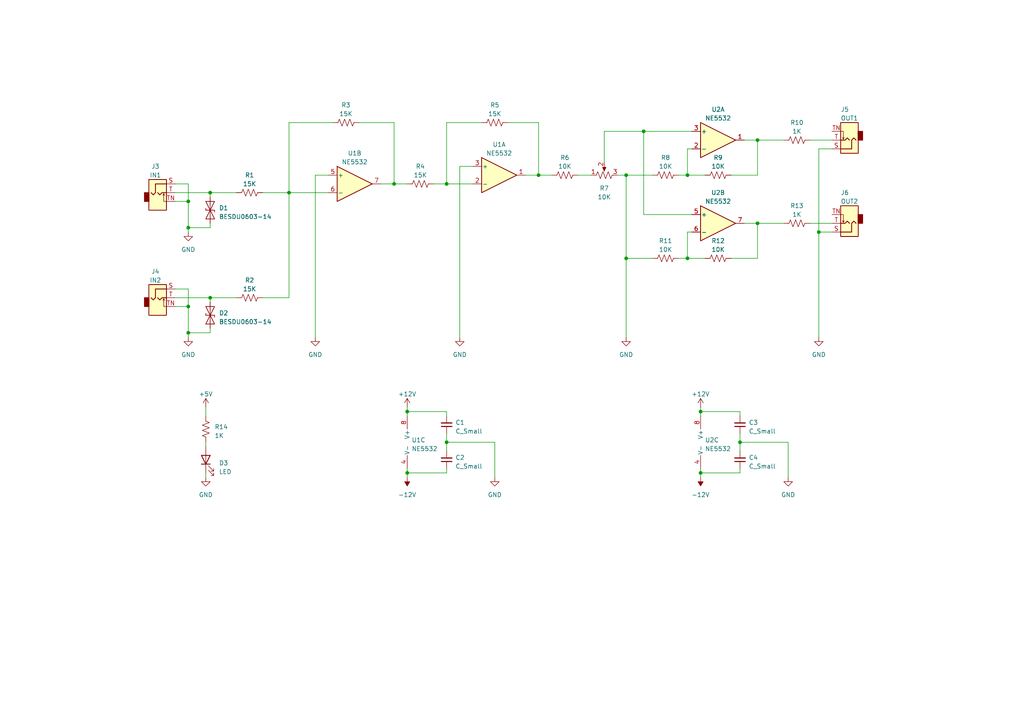
<source format=kicad_sch>
(kicad_sch (version 20230121) (generator eeschema)
  (paper "A4")
  (title_block (title "2415A Attenuator") (date "2023-07-14") (rev "1.1"))
  (lib_symbols
    (symbol "Amplifier_Operational:NE5532" (pin_names (offset 0.127))
      (property "Reference" "U" (at 0 5.08 0))
      (property "Value" "NE5532" (at 0 -5.08 0))
      (symbol "NE5532_1_1"
        (polyline (pts (xy -5.08 5.08) (xy 5.08 0) (xy -5.08 -5.08) (xy -5.08 5.08)) (stroke (width 0.254)) (fill (type background)))
        (pin output line (at 7.62 0 180) (length 2.54) (name "~") (number "1"))
        (pin input line (at -7.62 -2.54 0) (length 2.54) (name "-") (number "2"))
        (pin input line (at -7.62 2.54 0) (length 2.54) (name "+") (number "3"))
      )
      (symbol "NE5532_2_1"
        (polyline (pts (xy -5.08 5.08) (xy 5.08 0) (xy -5.08 -5.08) (xy -5.08 5.08)) (stroke (width 0.254)) (fill (type background)))
        (pin input line (at -7.62 2.54 0) (length 2.54) (name "+") (number "5"))
        (pin input line (at -7.62 -2.54 0) (length 2.54) (name "-") (number "6"))
        (pin output line (at 7.62 0 180) (length 2.54) (name "~") (number "7"))
      )
      (symbol "NE5532_3_1"
        (pin power_in line (at -2.54 -7.62 90) (length 3.81) (name "V-") (number "4"))
        (pin power_in line (at -2.54 7.62 270) (length 3.81) (name "V+") (number "8"))
      )
    )
    (symbol "Connector_Audio:AudioJack2_SwitchT"
      (property "Reference" "J" (at 0 8.89 0))
      (property "Value" "AudioJack2_SwitchT" (at 0 6.35 0))
      (symbol "AudioJack2_SwitchT_0_1"
        (rectangle (start -2.54 0) (end -3.81 -2.54) (stroke (width 0.254)) (fill (type outline)))
        (polyline (pts (xy 1.778 -0.254) (xy 2.032 -0.762)))
        (polyline (pts (xy 0 0) (xy 0.635 -0.635) (xy 1.27 0) (xy 2.54 0)) (stroke (width 0.254)))
        (polyline (pts (xy 2.54 -2.54) (xy 1.778 -2.54) (xy 1.778 -0.254) (xy 1.524 -0.762)))
        (polyline (pts (xy 2.54 2.54) (xy -0.635 2.54) (xy -0.635 0) (xy -1.27 -0.635) (xy -1.905 0)) (stroke (width 0.254)))
        (rectangle (start 2.54 3.81) (end -2.54 -5.08) (stroke (width 0.254)) (fill (type background)))
      )
      (symbol "AudioJack2_SwitchT_1_1"
        (pin passive line (at 5.08 2.54 180) (length 2.54) (name "~") (number "S"))
        (pin passive line (at 5.08 0 180) (length 2.54) (name "~") (number "T"))
        (pin passive line (at 5.08 -2.54 180) (length 2.54) (name "~") (number "TN"))
      )
    )
    (symbol "Device:C_Small" (pin_numbers hide) (pin_names (offset 0.254) hide)
      (property "Reference" "C" (at 0.254 1.778 0))
      (property "Value" "C_Small" (at 0.254 -2.032 0))
      (symbol "C_Small_0_1"
        (polyline (pts (xy -1.524 -0.508) (xy 1.524 -0.508)) (stroke (width 0.3302)))
        (polyline (pts (xy -1.524 0.508) (xy 1.524 0.508)) (stroke (width 0.3048)))
      )
      (symbol "C_Small_1_1"
        (pin passive line (at 0 2.54 270) (length 2.032) (name "~") (number "1"))
        (pin passive line (at 0 -2.54 90) (length 2.032) (name "~") (number "2"))
      )
    )
    (symbol "Device:LED" (pin_numbers hide) (pin_names (offset 1.016) hide)
      (property "Reference" "D" (at 0 2.54 0))
      (property "Value" "LED" (at 0 -2.54 0))
      (symbol "LED_0_1"
        (polyline (pts (xy -1.27 -1.27) (xy -1.27 1.27)) (stroke (width 0.254)))
        (polyline (pts (xy -1.27 0) (xy 1.27 0)))
        (polyline (pts (xy 1.27 -1.27) (xy 1.27 1.27) (xy -1.27 0) (xy 1.27 -1.27)) (stroke (width 0.254)))
        (polyline (pts (xy -3.048 -0.762) (xy -4.572 -2.286) (xy -3.81 -2.286) (xy -4.572 -2.286) (xy -4.572 -1.524)))
        (polyline (pts (xy -1.778 -0.762) (xy -3.302 -2.286) (xy -2.54 -2.286) (xy -3.302 -2.286) (xy -3.302 -1.524)))
      )
      (symbol "LED_1_1"
        (pin passive line (at -3.81 0 0) (length 2.54) (name "K") (number "1"))
        (pin passive line (at 3.81 0 180) (length 2.54) (name "A") (number "2"))
      )
    )
    (symbol "Device:R_Potentiometer_US" (pin_names (offset 1.016) hide)
      (property "Reference" "RV" (at -4.445 0 90))
      (property "Value" "R_Potentiometer_US" (at -2.54 0 90))
      (symbol "R_Potentiometer_US_0_1"
        (polyline (pts (xy 0 -2.286) (xy 0 -2.54)))
        (polyline (pts (xy 0 2.54) (xy 0 2.286)))
        (polyline (pts (xy 2.54 0) (xy 1.524 0)))
        (polyline (pts (xy 1.143 0) (xy 2.286 0.508) (xy 2.286 -0.508) (xy 1.143 0)) (fill (type outline)))
        (polyline (pts (xy 0 -0.762) (xy 1.016 -1.143) (xy 0 -1.524) (xy -1.016 -1.905) (xy 0 -2.286)))
        (polyline (pts (xy 0 0.762) (xy 1.016 0.381) (xy 0 0) (xy -1.016 -0.381) (xy 0 -0.762)))
        (polyline (pts (xy 0 2.286) (xy 1.016 1.905) (xy 0 1.524) (xy -1.016 1.143) (xy 0 0.762)))
      )
      (symbol "R_Potentiometer_US_1_1"
        (pin passive line (at 0 3.81 270) (length 1.27) (name "1") (number "1"))
        (pin passive line (at 3.81 0 180) (length 1.27) (name "2") (number "2"))
        (pin passive line (at 0 -3.81 90) (length 1.27) (name "3") (number "3"))
      )
    )
    (symbol "Device:R_US" (pin_numbers hide) (pin_names (offset 0))
      (property "Reference" "R" (at 2.54 0 90))
      (property "Value" "R_US" (at -2.54 0 90))
      (symbol "R_US_0_1"
        (polyline (pts (xy 0 -2.286) (xy 0 -2.54)))
        (polyline (pts (xy 0 2.286) (xy 0 2.54)))
        (polyline (pts (xy 0 -0.762) (xy 1.016 -1.143) (xy 0 -1.524) (xy -1.016 -1.905) (xy 0 -2.286)))
        (polyline (pts (xy 0 0.762) (xy 1.016 0.381) (xy 0 0) (xy -1.016 -0.381) (xy 0 -0.762)))
        (polyline (pts (xy 0 2.286) (xy 1.016 1.905) (xy 0 1.524) (xy -1.016 1.143) (xy 0 0.762)))
      )
      (symbol "R_US_1_1"
        (pin passive line (at 0 3.81 270) (length 1.27) (name "~") (number "1"))
        (pin passive line (at 0 -3.81 90) (length 1.27) (name "~") (number "2"))
      )
    )
    (symbol "Diode:ESD9B5.0ST5G" (pin_numbers hide) (pin_names (offset 1.016) hide)
      (property "Reference" "D" (at 0 2.54 0))
      (property "Value" "ESD9B5.0ST5G" (at 0 -2.54 0))
      (symbol "ESD9B5.0ST5G_0_1"
        (polyline (pts (xy 1.27 0) (xy -1.27 0)))
        (polyline (pts (xy -2.54 -1.27) (xy 0 0) (xy -2.54 1.27) (xy -2.54 -1.27)) (stroke (width 0.2032)))
        (polyline (pts (xy 0.508 1.27) (xy 0 1.27) (xy 0 -1.27) (xy -0.508 -1.27)) (stroke (width 0.2032)))
        (polyline (pts (xy 2.54 1.27) (xy 2.54 -1.27) (xy 0 0) (xy 2.54 1.27)) (stroke (width 0.2032)))
      )
      (symbol "ESD9B5.0ST5G_1_1"
        (pin passive line (at -3.81 0 0) (length 2.54) (name "A1") (number "1"))
        (pin passive line (at 3.81 0 180) (length 2.54) (name "A2") (number "2"))
      )
    )
    (symbol "power:+12V" (power) (pin_names (offset 0))
      (property "Value" "+12V" (at 0 3.556 0))
      (symbol "+12V_0_1"
        (polyline (pts (xy -0.762 1.27) (xy 0 2.54)))
        (polyline (pts (xy 0 0) (xy 0 2.54)))
        (polyline (pts (xy 0 2.54) (xy 0.762 1.27)))
      )
      (symbol "+12V_1_1"
        (pin power_in line (at 0 0 90) (length 0) hide (name "+12V") (number "1"))
      )
    )
    (symbol "power:+5V" (power) (pin_names (offset 0))
      (property "Value" "+5V" (at 0 3.556 0))
      (symbol "+5V_0_1"
        (polyline (pts (xy -0.762 1.27) (xy 0 2.54)))
        (polyline (pts (xy 0 0) (xy 0 2.54)))
        (polyline (pts (xy 0 2.54) (xy 0.762 1.27)))
      )
      (symbol "+5V_1_1"
        (pin power_in line (at 0 0 90) (length 0) hide (name "+5V") (number "1"))
      )
    )
    (symbol "power:-12V" (power) (pin_names (offset 0))
      (property "Value" "-12V" (at 0 3.81 0))
      (symbol "-12V_0_0"
        (pin power_in line (at 0 0 90) (length 0) hide (name "-12V") (number "1"))
      )
      (symbol "-12V_0_1"
        (polyline (pts (xy 0 0) (xy 0 1.27) (xy 0.762 1.27) (xy 0 2.54) (xy -0.762 1.27) (xy 0 1.27)) (fill (type outline)))
      )
    )
    (symbol "power:GND" (power) (pin_names (offset 0))
      (property "Value" "GND" (at 0 -3.81 0))
      (symbol "GND_0_1"
        (polyline (pts (xy 0 0) (xy 0 -1.27) (xy 1.27 -1.27) (xy 0 -2.54) (xy -1.27 -1.27) (xy 0 -1.27)))
      )
      (symbol "GND_1_1"
        (pin power_in line (at 0 0 270) (length 0) hide (name "GND") (number "1"))
      )
    )
  )
  (junction (at 118.11 119.38))
  (junction (at 114.3 53.34))
  (junction (at 54.61 88.9))
  (junction (at 237.49 67.31))
  (junction (at 129.54 128.27))
  (junction (at 203.2 137.16))
  (junction (at 83.82 55.88))
  (junction (at 199.39 50.8))
  (junction (at 181.61 74.93))
  (junction (at 186.69 38.1))
  (junction (at 54.61 96.52))
  (junction (at 60.96 55.88))
  (junction (at 156.21 50.8))
  (junction (at 181.61 50.8))
  (junction (at 199.39 74.93))
  (junction (at 54.61 66.04))
  (junction (at 219.71 40.64))
  (junction (at 203.2 119.38))
  (junction (at 129.54 53.34))
  (junction (at 54.61 58.42))
  (junction (at 214.63 128.27))
  (junction (at 60.96 86.36))
  (junction (at 118.11 137.16))
  (junction (at 219.71 64.77))
  (wire (pts (xy 60.96 86.36) (xy 68.58 86.36)))
  (wire (pts (xy 114.3 53.34) (xy 118.11 53.34)))
  (wire (pts (xy 60.96 86.36) (xy 60.96 87.63)))
  (wire (pts (xy 234.95 40.64) (xy 241.3 40.64)))
  (wire (pts (xy 219.71 40.64) (xy 227.33 40.64)))
  (wire (pts (xy 137.16 48.26) (xy 133.35 48.26)))
  (wire (pts (xy 215.9 64.77) (xy 219.71 64.77)))
  (wire (pts (xy 167.64 50.8) (xy 171.45 50.8)))
  (wire (pts (xy 156.21 50.8) (xy 160.02 50.8)))
  (wire (pts (xy 199.39 67.31) (xy 199.39 74.93)))
  (wire (pts (xy 147.32 35.56) (xy 156.21 35.56)))
  (wire (pts (xy 156.21 35.56) (xy 156.21 50.8)))
  (wire (pts (xy 118.11 119.38) (xy 129.54 119.38)))
  (wire (pts (xy 129.54 53.34) (xy 137.16 53.34)))
  (wire (pts (xy 118.11 137.16) (xy 118.11 138.43)))
  (wire (pts (xy 175.26 38.1) (xy 186.69 38.1)))
  (wire (pts (xy 91.44 97.79) (xy 91.44 50.8)))
  (wire (pts (xy 214.63 135.89) (xy 214.63 137.16)))
  (wire (pts (xy 200.66 43.18) (xy 199.39 43.18)))
  (wire (pts (xy 203.2 119.38) (xy 214.63 119.38)))
  (wire (pts (xy 175.26 38.1) (xy 175.26 46.99)))
  (wire (pts (xy 214.63 128.27) (xy 228.6 128.27)))
  (wire (pts (xy 54.61 96.52) (xy 54.61 97.79)))
  (wire (pts (xy 133.35 48.26) (xy 133.35 97.79)))
  (wire (pts (xy 118.11 135.89) (xy 118.11 137.16)))
  (wire (pts (xy 219.71 40.64) (xy 215.9 40.64)))
  (wire (pts (xy 200.66 67.31) (xy 199.39 67.31)))
  (wire (pts (xy 118.11 119.38) (xy 118.11 120.65)))
  (wire (pts (xy 76.2 55.88) (xy 83.82 55.88)))
  (wire (pts (xy 96.52 35.56) (xy 83.82 35.56)))
  (wire (pts (xy 110.49 53.34) (xy 114.3 53.34)))
  (wire (pts (xy 129.54 35.56) (xy 129.54 53.34)))
  (wire (pts (xy 104.14 35.56) (xy 114.3 35.56)))
  (wire (pts (xy 203.2 118.11) (xy 203.2 119.38)))
  (wire (pts (xy 179.07 50.8) (xy 181.61 50.8)))
  (wire (pts (xy 203.2 137.16) (xy 203.2 138.43)))
  (wire (pts (xy 181.61 50.8) (xy 181.61 74.93)))
  (wire (pts (xy 60.96 95.25) (xy 60.96 96.52)))
  (wire (pts (xy 54.61 83.82) (xy 54.61 88.9)))
  (wire (pts (xy 60.96 55.88) (xy 60.96 57.15)))
  (wire (pts (xy 186.69 38.1) (xy 200.66 38.1)))
  (wire (pts (xy 186.69 62.23) (xy 186.69 38.1)))
  (wire (pts (xy 237.49 43.18) (xy 237.49 67.31)))
  (wire (pts (xy 50.8 55.88) (xy 60.96 55.88)))
  (wire (pts (xy 118.11 137.16) (xy 129.54 137.16)))
  (wire (pts (xy 76.2 86.36) (xy 83.82 86.36)))
  (wire (pts (xy 214.63 120.65) (xy 214.63 119.38)))
  (wire (pts (xy 196.85 50.8) (xy 199.39 50.8)))
  (wire (pts (xy 212.09 50.8) (xy 219.71 50.8)))
  (wire (pts (xy 50.8 83.82) (xy 54.61 83.82)))
  (wire (pts (xy 129.54 130.81) (xy 129.54 128.27)))
  (wire (pts (xy 50.8 86.36) (xy 60.96 86.36)))
  (wire (pts (xy 54.61 53.34) (xy 54.61 58.42)))
  (wire (pts (xy 54.61 58.42) (xy 54.61 66.04)))
  (wire (pts (xy 203.2 137.16) (xy 214.63 137.16)))
  (wire (pts (xy 181.61 74.93) (xy 181.61 97.79)))
  (wire (pts (xy 125.73 53.34) (xy 129.54 53.34)))
  (wire (pts (xy 59.69 137.16) (xy 59.69 138.43)))
  (wire (pts (xy 196.85 74.93) (xy 199.39 74.93)))
  (wire (pts (xy 219.71 64.77) (xy 219.71 74.93)))
  (wire (pts (xy 60.96 55.88) (xy 68.58 55.88)))
  (wire (pts (xy 59.69 128.27) (xy 59.69 129.54)))
  (wire (pts (xy 214.63 125.73) (xy 214.63 128.27)))
  (wire (pts (xy 91.44 50.8) (xy 95.25 50.8)))
  (wire (pts (xy 199.39 74.93) (xy 204.47 74.93)))
  (wire (pts (xy 54.61 88.9) (xy 54.61 96.52)))
  (wire (pts (xy 83.82 86.36) (xy 83.82 55.88)))
  (wire (pts (xy 83.82 35.56) (xy 83.82 55.88)))
  (wire (pts (xy 143.51 128.27) (xy 143.51 138.43)))
  (wire (pts (xy 139.7 35.56) (xy 129.54 35.56)))
  (wire (pts (xy 203.2 119.38) (xy 203.2 120.65)))
  (wire (pts (xy 129.54 135.89) (xy 129.54 137.16)))
  (wire (pts (xy 181.61 50.8) (xy 189.23 50.8)))
  (wire (pts (xy 50.8 88.9) (xy 54.61 88.9)))
  (wire (pts (xy 129.54 128.27) (xy 143.51 128.27)))
  (wire (pts (xy 203.2 135.89) (xy 203.2 137.16)))
  (wire (pts (xy 237.49 67.31) (xy 241.3 67.31)))
  (wire (pts (xy 212.09 74.93) (xy 219.71 74.93)))
  (wire (pts (xy 219.71 64.77) (xy 227.33 64.77)))
  (wire (pts (xy 241.3 43.18) (xy 237.49 43.18)))
  (wire (pts (xy 54.61 66.04) (xy 54.61 67.31)))
  (wire (pts (xy 228.6 128.27) (xy 228.6 138.43)))
  (wire (pts (xy 181.61 74.93) (xy 189.23 74.93)))
  (wire (pts (xy 219.71 40.64) (xy 219.71 50.8)))
  (wire (pts (xy 60.96 64.77) (xy 60.96 66.04)))
  (wire (pts (xy 199.39 50.8) (xy 204.47 50.8)))
  (wire (pts (xy 129.54 125.73) (xy 129.54 128.27)))
  (wire (pts (xy 129.54 120.65) (xy 129.54 119.38)))
  (wire (pts (xy 50.8 53.34) (xy 54.61 53.34)))
  (wire (pts (xy 199.39 43.18) (xy 199.39 50.8)))
  (wire (pts (xy 237.49 97.79) (xy 237.49 67.31)))
  (wire (pts (xy 118.11 118.11) (xy 118.11 119.38)))
  (wire (pts (xy 152.4 50.8) (xy 156.21 50.8)))
  (wire (pts (xy 200.66 62.23) (xy 186.69 62.23)))
  (wire (pts (xy 234.95 64.77) (xy 241.3 64.77)))
  (wire (pts (xy 50.8 58.42) (xy 54.61 58.42)))
  (wire (pts (xy 54.61 96.52) (xy 60.96 96.52)))
  (wire (pts (xy 59.69 118.11) (xy 59.69 120.65)))
  (wire (pts (xy 83.82 55.88) (xy 95.25 55.88)))
  (wire (pts (xy 214.63 130.81) (xy 214.63 128.27)))
  (wire (pts (xy 114.3 35.56) (xy 114.3 53.34)))
  (wire (pts (xy 54.61 66.04) (xy 60.96 66.04)))
  (symbol (lib_id "power:+12V") (at 203.2 118.11 0) (unit 1)
    (property "Reference" "#PWR09" (effects hide))
    (property "Value" "+12V" (at 203.2 114.3 0))
  )
  (symbol (lib_id "power:-12V") (at 118.11 138.43 180) (unit 1)
    (property "Reference" "#PWR04" (effects hide))
    (property "Value" "-12V" (at 118.11 143.51 0))
  )
  (symbol (lib_id "power:GND") (at 91.44 97.79 0) (unit 1)
    (property "Reference" "#PWR06" (effects hide))
    (property "Value" "GND" (at 91.44 102.87 0))
  )
  (symbol (lib_id "Amplifier_Operational:NE5532") (at 120.65 128.27 0) (unit 3)
    (property "Reference" "U1" (at 119.38 127.635 0) (effects (justify left)))
    (property "Value" "NE5532" (at 119.38 130.175 0) (effects (justify left)))
    (property "Datasheet" "http://www.ti.com/lit/ds/symlink/ne5532.pdf" (effects hide))
  )
  (symbol (lib_id "Device:R_US") (at 193.04 74.93 90) (unit 1)
    (property "Reference" "R11" (at 193.04 69.85 90))
    (property "Value" "10K" (at 193.04 72.39 90))
  )
  (symbol (lib_id "Device:R_US") (at 59.69 124.46 180) (unit 1)
    (property "Reference" "R14" (at 62.23 123.825 0) (effects (justify right)))
    (property "Value" "1K" (at 62.23 126.365 0) (effects (justify right)))
  )
  (symbol (lib_id "Device:R_US") (at 208.28 50.8 90) (unit 1)
    (property "Reference" "R9" (at 208.28 45.72 90))
    (property "Value" "10K" (at 208.28 48.26 90))
  )
  (symbol (lib_id "Amplifier_Operational:NE5532") (at 208.28 40.64 0) (unit 1)
    (property "Reference" "U2" (at 208.28 31.75 0))
    (property "Value" "NE5532" (at 208.28 34.29 0))
    (property "Datasheet" "http://www.ti.com/lit/ds/symlink/ne5532.pdf" (effects hide))
  )
  (symbol (lib_id "power:GND") (at 54.61 97.79 0) (unit 1)
    (property "Reference" "#PWR02" (effects hide))
    (property "Value" "GND" (at 54.61 102.87 0))
  )
  (symbol (lib_id "Device:C_Small") (at 214.63 123.19 180) (unit 1)
    (property "Reference" "C3" (at 217.17 122.5486 0) (effects (justify right)))
    (property "Value" "C_Small" (at 217.17 125.0886 0) (effects (justify right)))
  )
  (symbol (lib_id "Device:R_US") (at 231.14 40.64 90) (unit 1)
    (property "Reference" "R10" (at 231.14 35.56 90))
    (property "Value" "1K" (at 231.14 38.1 90))
  )
  (symbol (lib_id "power:-12V") (at 203.2 138.43 180) (unit 1)
    (property "Reference" "#PWR010" (effects hide))
    (property "Value" "-12V" (at 203.2 143.51 0))
  )
  (symbol (lib_id "power:GND") (at 181.61 97.79 0) (unit 1)
    (property "Reference" "#PWR08" (effects hide))
    (property "Value" "GND" (at 181.61 102.87 0))
  )
  (symbol (lib_id "Device:C_Small") (at 129.54 123.19 180) (unit 1)
    (property "Reference" "C1" (at 132.08 122.5486 0) (effects (justify right)))
    (property "Value" "C_Small" (at 132.08 125.0886 0) (effects (justify right)))
  )
  (symbol (lib_id "power:+12V") (at 118.11 118.11 0) (unit 1)
    (property "Reference" "#PWR03" (effects hide))
    (property "Value" "+12V" (at 118.11 114.3 0))
  )
  (symbol (lib_id "Diode:ESD9B5.0ST5G") (at 60.96 60.96 90) (unit 1)
    (property "Reference" "D1" (at 63.5 60.325 90) (effects (justify right)))
    (property "Value" "BESDU0603-14" (at 63.5 62.865 90) (effects (justify right)))
    (property "Footprint" "Diode_SMD:D_SOD-923" (effects hide))
    (property "Datasheet" "https://www.onsemi.com/pub/Collateral/ESD9B-D.PDF" (effects hide))
  )
  (symbol (lib_id "Device:R_US") (at 193.04 50.8 90) (unit 1)
    (property "Reference" "R8" (at 193.04 45.72 90))
    (property "Value" "10K" (at 193.04 48.26 90))
  )
  (symbol (lib_id "Amplifier_Operational:NE5532") (at 144.78 50.8 0) (unit 1)
    (property "Reference" "U1" (at 144.78 41.91 0))
    (property "Value" "NE5532" (at 144.78 44.45 0))
    (property "Datasheet" "http://www.ti.com/lit/ds/symlink/ne5532.pdf" (effects hide))
  )
  (symbol (lib_id "power:GND") (at 133.35 97.79 0) (unit 1)
    (property "Reference" "#PWR07" (effects hide))
    (property "Value" "GND" (at 133.35 102.87 0))
  )
  (symbol (lib_id "Device:R_US") (at 121.92 53.34 90) (unit 1)
    (property "Reference" "R4" (at 121.92 48.26 90))
    (property "Value" "15K" (at 121.92 50.8 90))
  )
  (symbol (lib_id "power:+5V") (at 59.69 118.11 0) (unit 1)
    (property "Reference" "#PWR014" (effects hide))
    (property "Value" "+5V" (at 59.69 114.3 0))
  )
  (symbol (lib_id "Device:LED") (at 59.69 133.35 90) (unit 1)
    (property "Reference" "D3" (at 63.5 134.3025 90) (effects (justify right)))
    (property "Value" "LED" (at 63.5 136.8425 90) (effects (justify right)))
  )
  (symbol (lib_id "power:GND") (at 54.61 67.31 0) (unit 1)
    (property "Reference" "#PWR01" (effects hide))
    (property "Value" "GND" (at 54.61 72.39 0))
  )
  (symbol (lib_id "Device:C_Small") (at 129.54 133.35 180) (unit 1)
    (property "Reference" "C2" (at 132.08 132.7086 0) (effects (justify right)))
    (property "Value" "C_Small" (at 132.08 135.2486 0) (effects (justify right)))
  )
  (symbol (lib_id "power:GND") (at 143.51 138.43 0) (unit 1)
    (property "Reference" "#PWR05" (effects hide))
    (property "Value" "GND" (at 143.51 143.51 0))
  )
  (symbol (lib_id "Connector_Audio:AudioJack2_SwitchT") (at 45.72 55.88 0) (unit 1)
    (property "Reference" "J3" (at 45.085 48.26 0))
    (property "Value" "IN1" (at 45.085 50.8 0))
  )
  (symbol (lib_id "Device:R_US") (at 72.39 86.36 90) (unit 1)
    (property "Reference" "R2" (at 72.39 81.28 90))
    (property "Value" "15K" (at 72.39 83.82 90))
  )
  (symbol (lib_id "Connector_Audio:AudioJack2_SwitchT") (at 246.38 64.77 180) (unit 1)
    (property "Reference" "J6" (at 243.84 55.88 0) (effects (justify right)))
    (property "Value" "OUT2" (at 243.84 58.42 0) (effects (justify right)))
  )
  (symbol (lib_id "Device:R_Potentiometer_US") (at 175.26 50.8 90) (unit 1)
    (property "Reference" "R7" (at 175.26 54.61 90))
    (property "Value" "10K" (at 175.26 57.15 90))
  )
  (symbol (lib_id "Device:R_US") (at 143.51 35.56 90) (unit 1)
    (property "Reference" "R5" (at 143.51 30.48 90))
    (property "Value" "15K" (at 143.51 33.02 90))
  )
  (symbol (lib_id "Device:R_US") (at 208.28 74.93 90) (unit 1)
    (property "Reference" "R12" (at 208.28 69.85 90))
    (property "Value" "10K" (at 208.28 72.39 90))
  )
  (symbol (lib_id "Amplifier_Operational:NE5532") (at 205.74 128.27 0) (unit 3)
    (property "Reference" "U2" (at 204.47 127.635 0) (effects (justify left)))
    (property "Value" "NE5532" (at 204.47 130.175 0) (effects (justify left)))
    (property "Datasheet" "http://www.ti.com/lit/ds/symlink/ne5532.pdf" (effects hide))
  )
  (symbol (lib_id "Diode:ESD9B5.0ST5G") (at 60.96 91.44 90) (unit 1)
    (property "Reference" "D2" (at 63.5 90.805 90) (effects (justify right)))
    (property "Value" "BESDU0603-14" (at 63.5 93.345 90) (effects (justify right)))
    (property "Footprint" "Diode_SMD:D_SOD-923" (effects hide))
    (property "Datasheet" "https://www.onsemi.com/pub/Collateral/ESD9B-D.PDF" (effects hide))
  )
  (symbol (lib_id "Device:R_US") (at 163.83 50.8 90) (unit 1)
    (property "Reference" "R6" (at 163.83 45.72 90))
    (property "Value" "10K" (at 163.83 48.26 90))
  )
  (symbol (lib_id "Connector_Audio:AudioJack2_SwitchT") (at 246.38 40.64 180) (unit 1)
    (property "Reference" "J5" (at 243.84 31.75 0) (effects (justify right)))
    (property "Value" "OUT1" (at 243.84 34.29 0) (effects (justify right)))
  )
  (symbol (lib_id "Device:R_US") (at 100.33 35.56 90) (unit 1)
    (property "Reference" "R3" (at 100.33 30.48 90))
    (property "Value" "15K" (at 100.33 33.02 90))
  )
  (symbol (lib_id "Amplifier_Operational:NE5532") (at 102.87 53.34 0) (unit 2)
    (property "Reference" "U1" (at 102.87 44.45 0))
    (property "Value" "NE5532" (at 102.87 46.99 0))
    (property "Datasheet" "http://www.ti.com/lit/ds/symlink/ne5532.pdf" (effects hide))
  )
  (symbol (lib_id "Device:R_US") (at 72.39 55.88 90) (unit 1)
    (property "Reference" "R1" (at 72.39 50.8 90))
    (property "Value" "15K" (at 72.39 53.34 90))
  )
  (symbol (lib_id "power:GND") (at 237.49 97.79 0) (unit 1)
    (property "Reference" "#PWR012" (effects hide))
    (property "Value" "GND" (at 237.49 102.87 0))
  )
  (symbol (lib_id "power:GND") (at 59.69 138.43 0) (unit 1)
    (property "Reference" "#PWR013" (effects hide))
    (property "Value" "GND" (at 59.69 143.51 0))
  )
  (symbol (lib_id "Device:R_US") (at 231.14 64.77 90) (unit 1)
    (property "Reference" "R13" (at 231.14 59.69 90))
    (property "Value" "1K" (at 231.14 62.23 90))
  )
  (symbol (lib_id "power:GND") (at 228.6 138.43 0) (unit 1)
    (property "Reference" "#PWR011" (effects hide))
    (property "Value" "GND" (at 228.6 143.51 0))
  )
  (symbol (lib_id "Amplifier_Operational:NE5532") (at 208.28 64.77 0) (unit 2)
    (property "Reference" "U2" (at 208.28 55.88 0))
    (property "Value" "NE5532" (at 208.28 58.42 0))
    (property "Datasheet" "http://www.ti.com/lit/ds/symlink/ne5532.pdf" (effects hide))
  )
  (symbol (lib_id "Connector_Audio:AudioJack2_SwitchT") (at 45.72 86.36 0) (unit 1)
    (property "Reference" "J4" (at 45.085 78.74 0))
    (property "Value" "IN2" (at 45.085 81.28 0))
  )
  (symbol (lib_id "Device:C_Small") (at 214.63 133.35 180) (unit 1)
    (property "Reference" "C4" (at 217.17 132.7086 0) (effects (justify right)))
    (property "Value" "C_Small" (at 217.17 135.2486 0) (effects (justify right)))
  )
)
</source>
